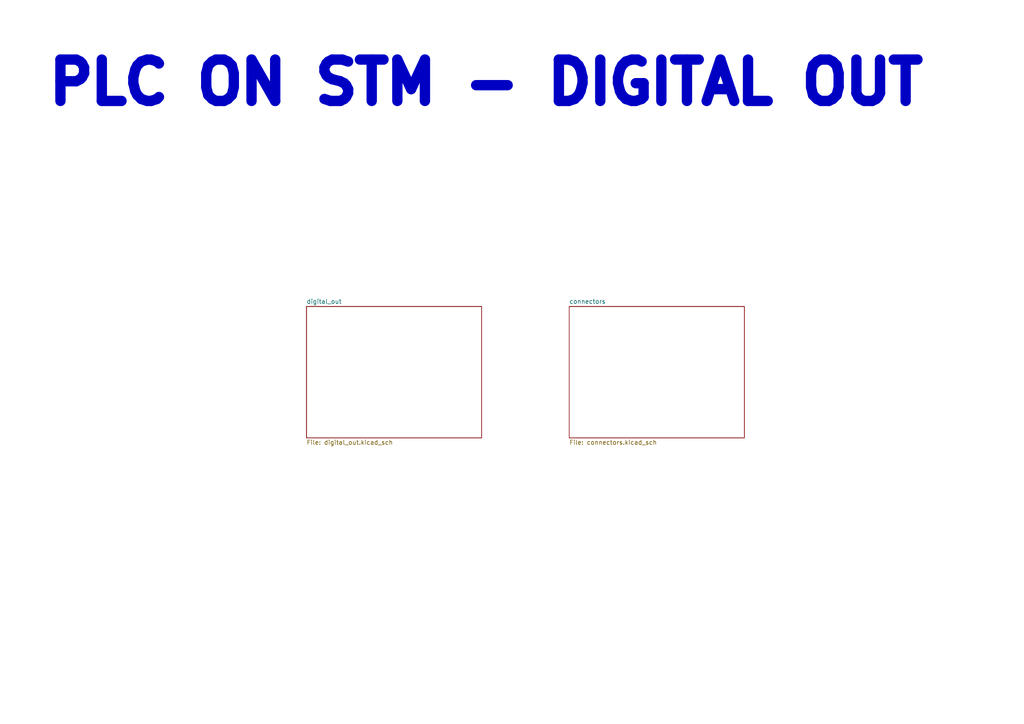
<source format=kicad_sch>
(kicad_sch
	(version 20250114)
	(generator "eeschema")
	(generator_version "9.0")
	(uuid "b652b05a-4e3d-4ad1-b032-18886abe7d45")
	(paper "A4")
	(title_block
		(title "PLC on STM - Digital Output Shield")
		(date "2026-01-07")
		(rev "${REVISION}")
		(company "Author: Grzegorz Potocki")
	)
	(lib_symbols)
	(text "PLC ON STM - DIGITAL OUT"
		(exclude_from_sim no)
		(at 12.7 24.13 0)
		(effects
			(font
				(size 12 12)
				(thickness 4.8)
				(bold yes)
			)
			(justify left)
		)
		(uuid "cec71073-0df9-405e-812b-e61d9091f6a5")
	)
	(sheet
		(at 165.1 88.9)
		(size 50.8 38.1)
		(exclude_from_sim no)
		(in_bom yes)
		(on_board yes)
		(dnp no)
		(fields_autoplaced yes)
		(stroke
			(width 0.1524)
			(type solid)
		)
		(fill
			(color 0 0 0 0.0000)
		)
		(uuid "834f6a69-fa68-4076-b3d9-2324914c1ba1")
		(property "Sheetname" "connectors"
			(at 165.1 88.1884 0)
			(effects
				(font
					(size 1.27 1.27)
				)
				(justify left bottom)
			)
		)
		(property "Sheetfile" "connectors.kicad_sch"
			(at 165.1 127.5846 0)
			(effects
				(font
					(size 1.27 1.27)
				)
				(justify left top)
			)
		)
		(instances
			(project "digital_output"
				(path "/b652b05a-4e3d-4ad1-b032-18886abe7d45"
					(page "3")
				)
			)
		)
	)
	(sheet
		(at 88.9 88.9)
		(size 50.8 38.1)
		(exclude_from_sim no)
		(in_bom yes)
		(on_board yes)
		(dnp no)
		(fields_autoplaced yes)
		(stroke
			(width 0.1524)
			(type solid)
		)
		(fill
			(color 0 0 0 0.0000)
		)
		(uuid "ce547360-c984-43b6-8505-c519dac78a50")
		(property "Sheetname" "digital_out"
			(at 88.9 88.1884 0)
			(effects
				(font
					(size 1.27 1.27)
				)
				(justify left bottom)
			)
		)
		(property "Sheetfile" "digital_out.kicad_sch"
			(at 88.9 127.5846 0)
			(effects
				(font
					(size 1.27 1.27)
				)
				(justify left top)
			)
		)
		(instances
			(project "digital_output"
				(path "/b652b05a-4e3d-4ad1-b032-18886abe7d45"
					(page "2")
				)
			)
		)
	)
	(sheet_instances
		(path "/"
			(page "1")
		)
	)
	(embedded_fonts no)
	(embedded_files
		(file
			(name "putm_frame.kicad_wks")
			(type worksheet)
			(data |KLUv/WAvCY0UAObcWyEA1TZqxSYpSnAbOsWnapwROGKZeeE9KM64wmSW/n9CwQRSAEsAVAD4Oxyb
				J+1rOdkbNb9xsXDRanbnQyvya8XCVdH2ki1/5E8AAAIk6L2cVUZpqIzfhq4RSaozfi/7dQ4BEChg
				lFKrztoX2zJ7iAAIlB+RJvRA+yEEXWKSolT/yP/7a1pX7XmRRhm89j0nPWe/GYMv9uxJfUAsfu3i
				22/vfIcXhLPXVP/1ccRg7drh9YPVk9L+7H1JUe2jdx/0POJ//JEB+OurcpitYkNewTCqH4nK6mxS
				yYTrKhtGw9AW3MM0uKqrJ6VZhegMO20WjaHZLl3HmQat8PcYOWdS9r8ONmljvwR5rtpUI9Wr5/d9
				k1qAwF+8oX3VgQKiXplVrUPNLIqo06IWyRYhXY8c8WLWjESjRCYLrEJYts3RYRitDhFNskG4hmgb
				h2rSDWLhLOJbS6Wh7XfvdALDScCh+r0x401nJz1KZaNolJLtQjGAgKAhPaUYmpIUJClkmAOARKTm
				qDqKaBj8cOU0CMQEDCAPXptjKGfrooqHvkhFQiG28qvJM4YHQAhI789Pe6CM7SBne5Vtvvq9wkcX
				nj05P3mYi4NXPJ/uUrLUtQk2w76hQgx0MktjeoBh+lxTD5IGHQ8SF9Ga45urwV0FAriFfagEhtx5
				PGHBX1CBeRAr8grmewQSn3TJNDZp6SKSo3klm1fsFkaN6NERStGPAAJ0Kkf9E0NKGKCXmflfrqck
				pBHEJ8GdTlHn24ljbxPc+WIMW/jPAgcgyPKJHrUDci3M7EQ4CER7hddwyKWAwM1vyOwMDboKEy8K
				OKN2seQXk/bQSa/Qvsl6kQcUuziiY7xUSu4KhT3mI977rkPExkevAg==|
			)
			(checksum "D28CC2D8CCEF14F2FD87317FD6BA98A1")
		)
	)
)

</source>
